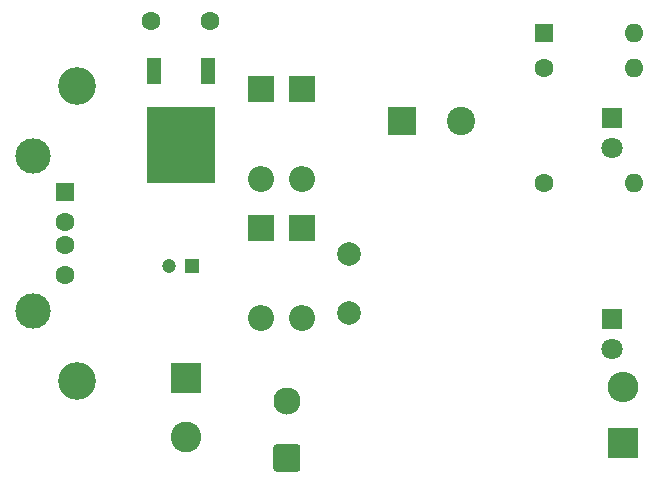
<source format=gts>
G04 #@! TF.GenerationSoftware,KiCad,Pcbnew,5.1.10*
G04 #@! TF.CreationDate,2021-05-08T14:59:39+02:00*
G04 #@! TF.ProjectId,Dynamo_minimal_USB_charger,44796e61-6d6f-45f6-9d69-6e696d616c5f,1.0*
G04 #@! TF.SameCoordinates,PX5f5e100PY7bfa480*
G04 #@! TF.FileFunction,Soldermask,Top*
G04 #@! TF.FilePolarity,Negative*
%FSLAX46Y46*%
G04 Gerber Fmt 4.6, Leading zero omitted, Abs format (unit mm)*
G04 Created by KiCad (PCBNEW 5.1.10) date 2021-05-08 14:59:39*
%MOMM*%
%LPD*%
G01*
G04 APERTURE LIST*
%ADD10C,1.600000*%
%ADD11R,5.800000X6.400000*%
%ADD12R,1.200000X2.200000*%
%ADD13C,1.800000*%
%ADD14R,1.800000X1.800000*%
%ADD15C,2.000000*%
%ADD16C,2.300000*%
%ADD17O,2.600000X2.600000*%
%ADD18R,2.600000X2.600000*%
%ADD19C,3.200000*%
%ADD20O,1.600000X1.600000*%
%ADD21R,1.500000X1.600000*%
%ADD22C,3.000000*%
%ADD23C,2.600000*%
%ADD24R,1.600000X1.600000*%
%ADD25O,2.200000X2.200000*%
%ADD26R,2.200000X2.200000*%
%ADD27C,1.200000*%
%ADD28R,1.200000X1.200000*%
%ADD29C,2.400000*%
%ADD30R,2.400000X2.400000*%
G04 APERTURE END LIST*
D10*
G04 #@! TO.C,C3*
X25750000Y40250000D03*
X20750000Y40250000D03*
G04 #@! TD*
D11*
G04 #@! TO.C,U1*
X23250000Y29750000D03*
D12*
X20970000Y36050000D03*
X25530000Y36050000D03*
G04 #@! TD*
D13*
G04 #@! TO.C,D8*
X59750000Y29460000D03*
D14*
X59750000Y32000000D03*
G04 #@! TD*
D13*
G04 #@! TO.C,D6*
X59750000Y12460000D03*
D14*
X59750000Y15000000D03*
G04 #@! TD*
D15*
G04 #@! TO.C,C1*
X37500000Y15500000D03*
X37500000Y20500000D03*
G04 #@! TD*
D16*
G04 #@! TO.C,SW1*
X32250000Y8050000D03*
G36*
G01*
X33150001Y2100000D02*
X31349999Y2100000D01*
G75*
G02*
X31100000Y2349999I0J249999D01*
G01*
X31100000Y4150001D01*
G75*
G02*
X31349999Y4400000I249999J0D01*
G01*
X33150001Y4400000D01*
G75*
G02*
X33400000Y4150001I0J-249999D01*
G01*
X33400000Y2349999D01*
G75*
G02*
X33150001Y2100000I-249999J0D01*
G01*
G37*
G04 #@! TD*
D17*
G04 #@! TO.C,D5*
X60750000Y9300000D03*
D18*
X60750000Y4500000D03*
G04 #@! TD*
D19*
G04 #@! TO.C,REF\u002A\u002A*
X14500000Y9750000D03*
G04 #@! TD*
G04 #@! TO.C,REF\u002A\u002A*
X14500000Y34750000D03*
G04 #@! TD*
D20*
G04 #@! TO.C,R2*
X61620000Y36250000D03*
D10*
X54000000Y36250000D03*
G04 #@! TD*
D20*
G04 #@! TO.C,R1*
X61620000Y26500000D03*
D10*
X54000000Y26500000D03*
G04 #@! TD*
G04 #@! TO.C,J2*
X13500000Y18750000D03*
X13500000Y21250000D03*
X13500000Y23250000D03*
D21*
X13500000Y25750000D03*
D22*
X10790000Y15680000D03*
X10790000Y28820000D03*
G04 #@! TD*
D23*
G04 #@! TO.C,J1*
X23750000Y5000000D03*
D18*
X23750000Y10000000D03*
G04 #@! TD*
D20*
G04 #@! TO.C,D7*
X61620000Y39250000D03*
D24*
X54000000Y39250000D03*
G04 #@! TD*
D25*
G04 #@! TO.C,D4*
X30100000Y15080000D03*
D26*
X30100000Y22700000D03*
G04 #@! TD*
D25*
G04 #@! TO.C,D3*
X30100000Y26880000D03*
D26*
X30100000Y34500000D03*
G04 #@! TD*
D25*
G04 #@! TO.C,D2*
X33500000Y15080000D03*
D26*
X33500000Y22700000D03*
G04 #@! TD*
D25*
G04 #@! TO.C,D1*
X33500000Y26880000D03*
D26*
X33500000Y34500000D03*
G04 #@! TD*
D27*
G04 #@! TO.C,C4*
X22250000Y19500000D03*
D28*
X24250000Y19500000D03*
G04 #@! TD*
D29*
G04 #@! TO.C,C2*
X47000000Y31750000D03*
D30*
X42000000Y31750000D03*
G04 #@! TD*
M02*

</source>
